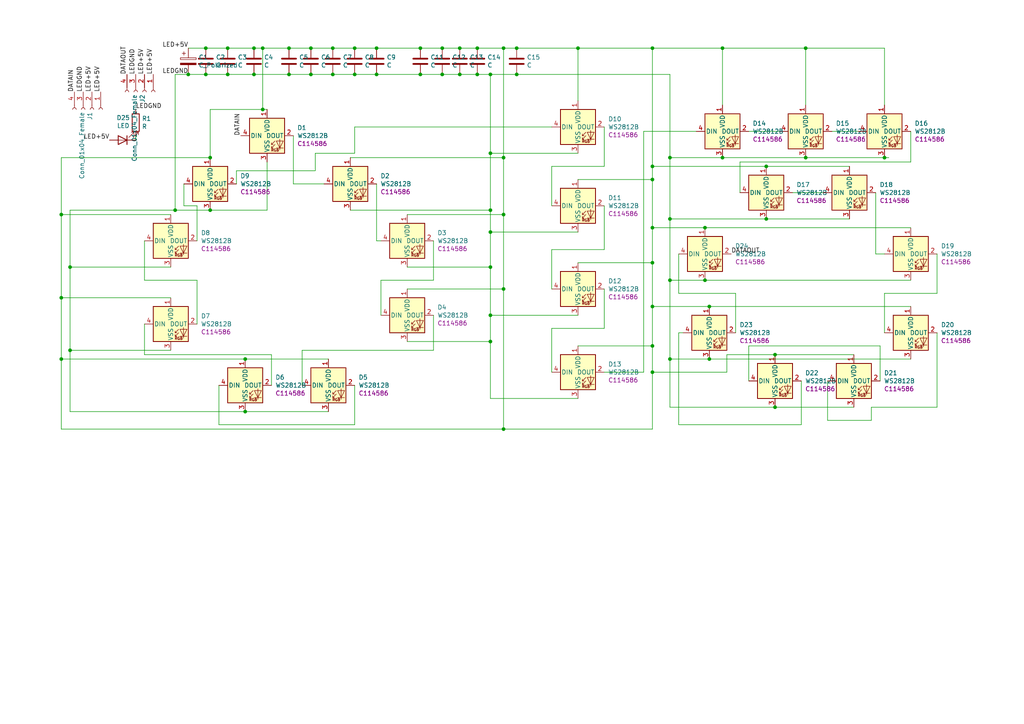
<source format=kicad_sch>
(kicad_sch (version 20211123) (generator eeschema)
  (paper "A4")
  (title_block (title "HYD ISO PANEL") (date "2023-02-10") (rev "3"))
  (lib_symbols
    (symbol "Connector:Conn_01x04_Female" (pin_names (offset 1.016) hide)
      (property "Reference" "J" (at 0 5.08 0))
      (property "Value" "Conn_01x04_Female" (at 0 -7.62 0))
      (symbol "Conn_01x04_Female_1_1"
        (arc (start 0 -4.572) (mid -0.508 -5.08) (end 0 -5.588) (stroke (width 0.1524)))
        (arc (start 0 -2.032) (mid -0.508 -2.54) (end 0 -3.048) (stroke (width 0.1524)))
        (polyline (pts (xy -1.27 -5.08) (xy -0.508 -5.08)) (stroke (width 0.1524)))
        (polyline (pts (xy -1.27 -2.54) (xy -0.508 -2.54)) (stroke (width 0.1524)))
        (polyline (pts (xy -1.27 0) (xy -0.508 0)) (stroke (width 0.1524)))
        (polyline (pts (xy -1.27 2.54) (xy -0.508 2.54)) (stroke (width 0.1524)))
        (arc (start 0 0.508) (mid -0.508 0) (end 0 -0.508) (stroke (width 0.1524)))
        (arc (start 0 3.048) (mid -0.508 2.54) (end 0 2.032) (stroke (width 0.1524)))
        (pin passive line (at -5.08 2.54 0) (length 3.81) (name "Pin_1") (number "1"))
        (pin passive line (at -5.08 0 0) (length 3.81) (name "Pin_2") (number "2"))
        (pin passive line (at -5.08 -2.54 0) (length 3.81) (name "Pin_3") (number "3"))
        (pin passive line (at -5.08 -5.08 0) (length 3.81) (name "Pin_4") (number "4"))
      )
    )
    (symbol "Device:C" (pin_numbers hide) (pin_names (offset 0.254))
      (property "Reference" "C" (at 0.635 2.54 0))
      (property "Value" "C" (at 0.635 -2.54 0))
      (symbol "C_0_1"
        (polyline (pts (xy -2.032 -0.762) (xy 2.032 -0.762)) (stroke (width 0.508)))
        (polyline (pts (xy -2.032 0.762) (xy 2.032 0.762)) (stroke (width 0.508)))
      )
      (symbol "C_1_1"
        (pin passive line (at 0 3.81 270) (length 2.794) (name "~") (number "1"))
        (pin passive line (at 0 -3.81 90) (length 2.794) (name "~") (number "2"))
      )
    )
    (symbol "Device:C_Polarized" (pin_numbers hide) (pin_names (offset 0.254))
      (property "Reference" "C" (at 0.635 2.54 0))
      (property "Value" "C_Polarized" (at 0.635 -2.54 0))
      (symbol "C_Polarized_0_1"
        (rectangle (start -2.286 0.508) (end 2.286 1.016))
        (polyline (pts (xy -1.778 2.286) (xy -0.762 2.286)))
        (polyline (pts (xy -1.27 2.794) (xy -1.27 1.778)))
        (rectangle (start 2.286 -0.508) (end -2.286 -1.016) (fill (type outline)))
      )
      (symbol "C_Polarized_1_1"
        (pin passive line (at 0 3.81 270) (length 2.794) (name "~") (number "1"))
        (pin passive line (at 0 -3.81 90) (length 2.794) (name "~") (number "2"))
      )
    )
    (symbol "Device:LED" (pin_numbers hide) (pin_names (offset 1.016) hide)
      (property "Reference" "D" (at 0 2.54 0))
      (property "Value" "LED" (at 0 -2.54 0))
      (symbol "LED_0_1"
        (polyline (pts (xy -1.27 -1.27) (xy -1.27 1.27)) (stroke (width 0.254)))
        (polyline (pts (xy -1.27 0) (xy 1.27 0)))
        (polyline (pts (xy 1.27 -1.27) (xy 1.27 1.27) (xy -1.27 0) (xy 1.27 -1.27)) (stroke (width 0.254)))
        (polyline (pts (xy -3.048 -0.762) (xy -4.572 -2.286) (xy -3.81 -2.286) (xy -4.572 -2.286) (xy -4.572 -1.524)))
        (polyline (pts (xy -1.778 -0.762) (xy -3.302 -2.286) (xy -2.54 -2.286) (xy -3.302 -2.286) (xy -3.302 -1.524)))
      )
      (symbol "LED_1_1"
        (pin passive line (at -3.81 0 0) (length 2.54) (name "K") (number "1"))
        (pin passive line (at 3.81 0 180) (length 2.54) (name "A") (number "2"))
      )
    )
    (symbol "Device:R" (pin_numbers hide) (pin_names (offset 0))
      (property "Reference" "R" (at 2.032 0 90))
      (property "Value" "R" (at 0 0 90))
      (symbol "R_0_1"
        (rectangle (start -1.016 -2.54) (end 1.016 2.54) (stroke (width 0.254)))
      )
      (symbol "R_1_1"
        (pin passive line (at 0 3.81 270) (length 1.27) (name "~") (number "1"))
        (pin passive line (at 0 -3.81 90) (length 1.27) (name "~") (number "2"))
      )
    )
    (symbol "LED:WS2812B" (pin_names (offset 0.254))
      (property "Reference" "D" (at 5.08 5.715 0))
      (property "Value" "WS2812B" (at 1.27 -5.715 0))
      (symbol "WS2812B_0_0"
        (text "RGB" (at 2.286 -4.191 0) (effects (font (size 0.762 0.762))))
      )
      (symbol "WS2812B_0_1"
        (polyline (pts (xy 1.27 -3.556) (xy 1.778 -3.556)))
        (polyline (pts (xy 1.27 -2.54) (xy 1.778 -2.54)))
        (polyline (pts (xy 4.699 -3.556) (xy 2.667 -3.556)))
        (polyline (pts (xy 2.286 -2.54) (xy 1.27 -3.556) (xy 1.27 -3.048)))
        (polyline (pts (xy 2.286 -1.524) (xy 1.27 -2.54) (xy 1.27 -2.032)))
        (polyline (pts (xy 3.683 -1.016) (xy 3.683 -3.556) (xy 3.683 -4.064)))
        (polyline (pts (xy 4.699 -1.524) (xy 2.667 -1.524) (xy 3.683 -3.556) (xy 4.699 -1.524)))
        (rectangle (start 5.08 5.08) (end -5.08 -5.08) (stroke (width 0.254)) (fill (type background)))
      )
      (symbol "WS2812B_1_1"
        (pin power_in line (at 0 7.62 270) (length 2.54) (name "VDD") (number "1"))
        (pin output line (at 7.62 0 180) (length 2.54) (name "DOUT") (number "2"))
        (pin power_in line (at 0 -7.62 90) (length 2.54) (name "VSS") (number "3"))
        (pin input line (at -7.62 0 0) (length 2.54) (name "DIN") (number "4"))
      )
    )
  )
  (junction (at 256.54 45.72))
  (junction (at 205.74 104.14))
  (junction (at 194.31 81.28))
  (junction (at 96.52 21.59))
  (junction (at 83.82 21.59))
  (junction (at 189.23 76.2))
  (junction (at 121.92 21.59))
  (junction (at 96.52 13.97))
  (junction (at 109.22 13.97))
  (junction (at 50.8 60.96))
  (junction (at 133.35 21.59))
  (junction (at 189.23 52.07))
  (junction (at 209.55 13.97))
  (junction (at 138.43 13.97))
  (junction (at 189.23 100.33))
  (junction (at 224.79 102.87))
  (junction (at 204.47 81.28))
  (junction (at 71.12 104.14))
  (junction (at 76.2 31.75))
  (junction (at 233.68 45.72))
  (junction (at 59.69 13.97))
  (junction (at 222.25 48.26))
  (junction (at 17.78 86.36))
  (junction (at 83.82 13.97))
  (junction (at 109.22 21.59))
  (junction (at 194.31 104.14))
  (junction (at 128.27 21.59))
  (junction (at 194.31 63.5))
  (junction (at 204.47 66.04))
  (junction (at 71.12 119.38))
  (junction (at 146.05 62.23))
  (junction (at 142.24 60.96))
  (junction (at 59.69 21.59))
  (junction (at 222.25 63.5))
  (junction (at 142.24 99.06))
  (junction (at 142.24 44.45))
  (junction (at 189.23 48.26))
  (junction (at 66.04 21.59))
  (junction (at 189.23 107.95))
  (junction (at 142.24 91.44))
  (junction (at 167.64 13.97))
  (junction (at 149.86 21.59))
  (junction (at 128.27 13.97))
  (junction (at 76.2 13.97))
  (junction (at 146.05 124.46))
  (junction (at 20.32 101.6))
  (junction (at 205.74 88.9))
  (junction (at 146.05 83.82))
  (junction (at 17.78 104.14))
  (junction (at 138.43 21.59))
  (junction (at 54.61 21.59))
  (junction (at 66.04 13.97))
  (junction (at 60.96 45.72))
  (junction (at 142.24 21.59))
  (junction (at 142.24 77.47))
  (junction (at 133.35 13.97))
  (junction (at 189.23 88.9))
  (junction (at 149.86 13.97))
  (junction (at 73.66 13.97))
  (junction (at 60.96 60.96))
  (junction (at 102.87 21.59))
  (junction (at 189.23 66.04))
  (junction (at 102.87 13.97))
  (junction (at 233.68 13.97))
  (junction (at 90.17 21.59))
  (junction (at 20.32 77.47))
  (junction (at 73.66 21.59))
  (junction (at 146.05 13.97))
  (junction (at 90.17 13.97))
  (junction (at 209.55 45.72))
  (junction (at 194.31 45.72))
  (junction (at 224.79 118.11))
  (junction (at 189.23 13.97))
  (junction (at 121.92 13.97))
  (junction (at 146.05 45.72))
  (junction (at 17.78 62.23))
  (junction (at 142.24 67.31))
  (wire (pts (xy 125.73 91.44) (xy 125.73 101.6)))
  (wire (pts (xy 142.24 91.44) (xy 142.24 99.06)))
  (wire (pts (xy 196.85 85.09) (xy 196.85 73.66)))
  (wire (pts (xy 96.52 21.59) (xy 90.17 21.59)))
  (wire (pts (xy 214.63 46.99) (xy 214.63 55.88)))
  (wire (pts (xy 229.87 55.88) (xy 238.76 55.88)))
  (wire (pts (xy 167.64 67.31) (xy 142.24 67.31)))
  (wire (pts (xy 54.61 13.97) (xy 59.69 13.97)))
  (wire (pts (xy 205.74 104.14) (xy 194.31 104.14)))
  (wire (pts (xy 209.55 30.48) (xy 209.55 13.97)))
  (wire (pts (xy 142.24 99.06) (xy 118.11 99.06)))
  (wire (pts (xy 167.64 91.44) (xy 142.24 91.44)))
  (wire (pts (xy 167.64 44.45) (xy 142.24 44.45)))
  (wire (pts (xy 63.5 123.19) (xy 63.5 111.76)))
  (wire (pts (xy 142.24 60.96) (xy 142.24 67.31)))
  (wire (pts (xy 167.64 52.07) (xy 189.23 52.07)))
  (wire (pts (xy 210.82 102.87) (xy 210.82 107.95)))
  (wire (pts (xy 102.87 123.19) (xy 63.5 123.19)))
  (wire (pts (xy 133.35 13.97) (xy 128.27 13.97)))
  (wire (pts (xy 20.32 101.6) (xy 20.32 119.38)))
  (wire (pts (xy 57.15 81.28) (xy 41.91 81.28)))
  (wire (pts (xy 209.55 13.97) (xy 233.68 13.97)))
  (wire (pts (xy 233.68 30.48) (xy 233.68 13.97)))
  (wire (pts (xy 60.96 60.96) (xy 50.8 60.96)))
  (wire (pts (xy 149.86 21.59) (xy 142.24 21.59)))
  (wire (pts (xy 194.31 21.59) (xy 194.31 45.72)))
  (wire (pts (xy 252.73 118.11) (xy 252.73 121.92)))
  (wire (pts (xy 17.78 86.36) (xy 17.78 104.14)))
  (wire (pts (xy 110.49 81.28) (xy 110.49 91.44)))
  (wire (pts (xy 264.16 104.14) (xy 205.74 104.14)))
  (wire (pts (xy 49.53 86.36) (xy 17.78 86.36)))
  (wire (pts (xy 49.53 77.47) (xy 20.32 77.47)))
  (wire (pts (xy 189.23 100.33) (xy 189.23 107.95)))
  (wire (pts (xy 256.54 13.97) (xy 256.54 30.48)))
  (wire (pts (xy 175.26 59.69) (xy 175.26 72.39)))
  (wire (pts (xy 17.78 62.23) (xy 17.78 45.72)))
  (wire (pts (xy 76.2 31.75) (xy 60.96 31.75)))
  (wire (pts (xy 49.53 62.23) (xy 17.78 62.23)))
  (wire (pts (xy 90.17 21.59) (xy 83.82 21.59)))
  (wire (pts (xy 186.69 38.1) (xy 201.93 38.1)))
  (wire (pts (xy 128.27 21.59) (xy 121.92 21.59)))
  (wire (pts (xy 254 55.88) (xy 254 73.66)))
  (wire (pts (xy 264.16 88.9) (xy 205.74 88.9)))
  (wire (pts (xy 73.66 13.97) (xy 76.2 13.97)))
  (wire (pts (xy 247.65 102.87) (xy 224.79 102.87)))
  (wire (pts (xy 241.3 38.1) (xy 248.92 38.1)))
  (wire (pts (xy 20.32 77.47) (xy 20.32 101.6)))
  (wire (pts (xy 77.47 46.99) (xy 77.47 60.96)))
  (wire (pts (xy 186.69 107.95) (xy 186.69 38.1)))
  (wire (pts (xy 66.04 21.59) (xy 73.66 21.59)))
  (wire (pts (xy 76.2 13.97) (xy 83.82 13.97)))
  (wire (pts (xy 102.87 36.83) (xy 160.02 36.83)))
  (wire (pts (xy 175.26 83.82) (xy 175.26 95.25)))
  (wire (pts (xy 68.58 49.53) (xy 91.44 49.53)))
  (wire (pts (xy 217.17 38.1) (xy 226.06 38.1)))
  (wire (pts (xy 77.47 31.75) (xy 76.2 31.75)))
  (wire (pts (xy 60.96 31.75) (xy 60.96 45.72)))
  (wire (pts (xy 189.23 88.9) (xy 189.23 100.33)))
  (wire (pts (xy 210.82 107.95) (xy 189.23 107.95)))
  (wire (pts (xy 257.81 45.72) (xy 256.54 45.72)))
  (wire (pts (xy 53.34 59.69) (xy 53.34 53.34)))
  (wire (pts (xy 224.79 102.87) (xy 210.82 102.87)))
  (wire (pts (xy 167.64 13.97) (xy 167.64 29.21)))
  (wire (pts (xy 264.16 66.04) (xy 204.47 66.04)))
  (wire (pts (xy 233.68 45.72) (xy 209.55 45.72)))
  (wire (pts (xy 149.86 21.59) (xy 194.31 21.59)))
  (wire (pts (xy 213.36 85.09) (xy 196.85 85.09)))
  (wire (pts (xy 96.52 13.97) (xy 90.17 13.97)))
  (wire (pts (xy 149.86 13.97) (xy 146.05 13.97)))
  (wire (pts (xy 146.05 124.46) (xy 17.78 124.46)))
  (wire (pts (xy 196.85 96.52) (xy 198.12 96.52)))
  (wire (pts (xy 59.69 21.59) (xy 54.61 21.59)))
  (wire (pts (xy 264.16 81.28) (xy 204.47 81.28)))
  (wire (pts (xy 138.43 21.59) (xy 133.35 21.59)))
  (wire (pts (xy 175.26 72.39) (xy 160.02 72.39)))
  (wire (pts (xy 76.2 31.75) (xy 76.2 13.97)))
  (wire (pts (xy 194.31 104.14) (xy 194.31 118.11)))
  (wire (pts (xy 118.11 77.47) (xy 142.24 77.47)))
  (wire (pts (xy 146.05 62.23) (xy 146.05 45.72)))
  (wire (pts (xy 189.23 52.07) (xy 189.23 66.04)))
  (wire (pts (xy 91.44 44.45) (xy 102.87 44.45)))
  (wire (pts (xy 71.12 104.14) (xy 17.78 104.14)))
  (wire (pts (xy 149.86 13.97) (xy 167.64 13.97)))
  (wire (pts (xy 205.74 88.9) (xy 189.23 88.9)))
  (wire (pts (xy 109.22 13.97) (xy 102.87 13.97)))
  (wire (pts (xy 175.26 95.25) (xy 160.02 95.25)))
  (wire (pts (xy 255.27 110.49) (xy 255.27 100.33)))
  (wire (pts (xy 142.24 21.59) (xy 142.24 44.45)))
  (wire (pts (xy 224.79 118.11) (xy 247.65 118.11)))
  (wire (pts (xy 209.55 45.72) (xy 194.31 45.72)))
  (wire (pts (xy 142.24 44.45) (xy 142.24 60.96)))
  (wire (pts (xy 109.22 53.34) (xy 109.22 69.85)))
  (wire (pts (xy 194.31 45.72) (xy 194.31 63.5)))
  (wire (pts (xy 222.25 63.5) (xy 194.31 63.5)))
  (wire (pts (xy 66.04 13.97) (xy 59.69 13.97)))
  (wire (pts (xy 77.47 60.96) (xy 60.96 60.96)))
  (wire (pts (xy 142.24 115.57) (xy 167.64 115.57)))
  (wire (pts (xy 246.38 48.26) (xy 222.25 48.26)))
  (wire (pts (xy 240.03 121.92) (xy 240.03 110.49)))
  (wire (pts (xy 233.68 13.97) (xy 256.54 13.97)))
  (wire (pts (xy 85.09 39.37) (xy 85.09 53.34)))
  (wire (pts (xy 189.23 48.26) (xy 189.23 52.07)))
  (wire (pts (xy 87.63 101.6) (xy 87.63 111.76)))
  (wire (pts (xy 50.8 60.96) (xy 20.32 60.96)))
  (wire (pts (xy 90.17 13.97) (xy 83.82 13.97)))
  (wire (pts (xy 57.15 93.98) (xy 57.15 81.28)))
  (wire (pts (xy 146.05 13.97) (xy 138.43 13.97)))
  (wire (pts (xy 17.78 104.14) (xy 17.78 124.46)))
  (wire (pts (xy 102.87 13.97) (xy 96.52 13.97)))
  (wire (pts (xy 109.22 21.59) (xy 121.92 21.59)))
  (wire (pts (xy 128.27 13.97) (xy 121.92 13.97)))
  (wire (pts (xy 271.78 118.11) (xy 252.73 118.11)))
  (wire (pts (xy 83.82 21.59) (xy 73.66 21.59)))
  (wire (pts (xy 189.23 107.95) (xy 189.23 124.46)))
  (wire (pts (xy 20.32 119.38) (xy 71.12 119.38)))
  (wire (pts (xy 194.31 63.5) (xy 194.31 81.28)))
  (wire (pts (xy 133.35 21.59) (xy 128.27 21.59)))
  (wire (pts (xy 256.54 45.72) (xy 233.68 45.72)))
  (wire (pts (xy 41.91 102.87) (xy 41.91 93.98)))
  (wire (pts (xy 17.78 86.36) (xy 17.78 62.23)))
  (wire (pts (xy 204.47 81.28) (xy 194.31 81.28)))
  (wire (pts (xy 138.43 13.97) (xy 133.35 13.97)))
  (wire (pts (xy 66.04 21.59) (xy 59.69 21.59)))
  (wire (pts (xy 39.37 39.37) (xy 39.37 40.64)))
  (wire (pts (xy 118.11 83.82) (xy 146.05 83.82)))
  (wire (pts (xy 125.73 81.28) (xy 110.49 81.28)))
  (wire (pts (xy 142.24 21.59) (xy 138.43 21.59)))
  (wire (pts (xy 109.22 21.59) (xy 102.87 21.59)))
  (wire (pts (xy 146.05 45.72) (xy 146.05 13.97)))
  (wire (pts (xy 194.31 81.28) (xy 194.31 104.14)))
  (wire (pts (xy 264.16 46.99) (xy 214.63 46.99)))
  (wire (pts (xy 95.25 104.14) (xy 71.12 104.14)))
  (wire (pts (xy 125.73 69.85) (xy 125.73 81.28)))
  (wire (pts (xy 20.32 60.96) (xy 20.32 77.47)))
  (wire (pts (xy 264.16 38.1) (xy 264.16 46.99)))
  (wire (pts (xy 175.26 107.95) (xy 186.69 107.95)))
  (wire (pts (xy 49.53 101.6) (xy 20.32 101.6)))
  (wire (pts (xy 102.87 21.59) (xy 96.52 21.59)))
  (wire (pts (xy 109.22 13.97) (xy 121.92 13.97)))
  (wire (pts (xy 252.73 121.92) (xy 240.03 121.92)))
  (wire (pts (xy 109.22 69.85) (xy 110.49 69.85)))
  (wire (pts (xy 101.6 45.72) (xy 146.05 45.72)))
  (wire (pts (xy 167.64 76.2) (xy 189.23 76.2)))
  (wire (pts (xy 101.6 60.96) (xy 142.24 60.96)))
  (wire (pts (xy 189.23 76.2) (xy 189.23 88.9)))
  (wire (pts (xy 71.12 119.38) (xy 95.25 119.38)))
  (wire (pts (xy 142.24 99.06) (xy 142.24 115.57)))
  (wire (pts (xy 146.05 124.46) (xy 146.05 83.82)))
  (wire (pts (xy 175.26 36.83) (xy 175.26 48.26)))
  (wire (pts (xy 102.87 44.45) (xy 102.87 36.83)))
  (wire (pts (xy 41.91 81.28) (xy 41.91 69.85)))
  (wire (pts (xy 60.96 45.72) (xy 17.78 45.72)))
  (wire (pts (xy 160.02 48.26) (xy 160.02 59.69)))
  (wire (pts (xy 222.25 48.26) (xy 189.23 48.26)))
  (wire (pts (xy 217.17 100.33) (xy 217.17 110.49)))
  (wire (pts (xy 125.73 101.6) (xy 87.63 101.6)))
  (wire (pts (xy 102.87 111.76) (xy 102.87 123.19)))
  (wire (pts (xy 255.27 100.33) (xy 217.17 100.33)))
  (wire (pts (xy 160.02 95.25) (xy 160.02 107.95)))
  (wire (pts (xy 232.41 123.19) (xy 196.85 123.19)))
  (wire (pts (xy 85.09 53.34) (xy 93.98 53.34)))
  (wire (pts (xy 167.64 100.33) (xy 189.23 100.33)))
  (wire (pts (xy 167.64 13.97) (xy 189.23 13.97)))
  (wire (pts (xy 142.24 67.31) (xy 142.24 77.47)))
  (wire (pts (xy 118.11 62.23) (xy 146.05 62.23)))
  (wire (pts (xy 196.85 123.19) (xy 196.85 96.52)))
  (wire (pts (xy 189.23 13.97) (xy 189.23 48.26)))
  (wire (pts (xy 50.8 21.59) (xy 50.8 60.96)))
  (wire (pts (xy 271.78 73.66) (xy 271.78 85.09)))
  (wire (pts (xy 175.26 48.26) (xy 160.02 48.26)))
  (wire (pts (xy 271.78 85.09) (xy 256.54 85.09)))
  (wire (pts (xy 189.23 13.97) (xy 209.55 13.97)))
  (wire (pts (xy 57.15 69.85) (xy 57.15 59.69)))
  (wire (pts (xy 78.74 111.76) (xy 78.74 102.87)))
  (wire (pts (xy 57.15 59.69) (xy 53.34 59.69)))
  (wire (pts (xy 271.78 96.52) (xy 271.78 118.11)))
  (wire (pts (xy 213.36 96.52) (xy 213.36 85.09)))
  (wire (pts (xy 232.41 110.49) (xy 232.41 123.19)))
  (wire (pts (xy 73.66 13.97) (xy 66.04 13.97)))
  (wire (pts (xy 78.74 102.87) (xy 41.91 102.87)))
  (wire (pts (xy 254 73.66) (xy 256.54 73.66)))
  (wire (pts (xy 189.23 124.46) (xy 146.05 124.46)))
  (wire (pts (xy 189.23 66.04) (xy 189.23 76.2)))
  (wire (pts (xy 54.61 21.59) (xy 50.8 21.59)))
  (wire (pts (xy 91.44 49.53) (xy 91.44 44.45)))
  (wire (pts (xy 68.58 53.34) (xy 68.58 49.53)))
  (wire (pts (xy 160.02 72.39) (xy 160.02 83.82)))
  (wire (pts (xy 194.31 118.11) (xy 224.79 118.11)))
  (wire (pts (xy 146.05 83.82) (xy 146.05 62.23)))
  (wire (pts (xy 204.47 66.04) (xy 189.23 66.04)))
  (wire (pts (xy 142.24 77.47) (xy 142.24 91.44)))
  (wire (pts (xy 246.38 63.5) (xy 222.25 63.5)))
  (wire (pts (xy 256.54 85.09) (xy 256.54 96.52)))
  (label "LED+5V" (at 54.61 13.97 180))
  (label "LED+5V" (at 26.67 26.67 90))
  (label "LEDGND" (at 24.13 26.67 90))
  (label "LEDGND" (at 39.37 31.75 0))
  (label "DATAIN" (at 69.85 39.37 90))
  (label "LEDGND" (at 39.37 21.59 90))
  (label "DATAOUT" (at 212.09 73.66 0))
  (label "DATAIN" (at 21.59 26.67 90))
  (label "LED+5V" (at 41.91 21.59 90))
  (label "DATAOUT" (at 36.83 21.59 90))
  (label "LED+5V" (at 44.45 21.59 90))
  (label "LEDGND" (at 54.61 21.59 180))
  (label "LED+5V" (at 29.21 26.67 90))
  (label "LED+5V" (at 31.75 40.64 180))
  (symbol (lib_id "LED:WS2812B") (at 77.47 39.37 0) (unit 1)
    (property "Reference" "D1" (at 86.2076 37.0586 0) (effects (justify left)))
    (property "Value" "WS2812B" (at 86.2076 39.37 0) (effects (justify left)))
    (property "Footprint" "OH_Footprints:LED_WS2812B_PLCC4_5.0x5.0mm_P3.2mm" (effects hide))
    (property "Datasheet" "https://cdn-shop.adafruit.com/datasheets/WS2812B.pdf" (effects hide))
    (property "LCSC Part Number" "C114586" (at 86.2076 41.6814 0) (effects (justify left)))
  )
  (symbol (lib_id "LED:WS2812B") (at 101.6 53.34 0) (unit 1)
    (property "Reference" "D2" (at 110.3376 51.0286 0) (effects (justify left)))
    (property "Value" "WS2812B" (at 110.3376 53.34 0) (effects (justify left)))
    (property "Footprint" "OH_Footprints:LED_WS2812B_PLCC4_5.0x5.0mm_P3.2mm" (effects hide))
    (property "Datasheet" "https://cdn-shop.adafruit.com/datasheets/WS2812B.pdf" (effects hide))
    (property "LCSC Part Number" "C114586" (at 110.3376 55.6514 0) (effects (justify left)))
  )
  (symbol (lib_id "LED:WS2812B") (at 118.11 69.85 0) (unit 1)
    (property "Reference" "D3" (at 126.8476 67.5386 0) (effects (justify left)))
    (property "Value" "WS2812B" (at 126.8476 69.85 0) (effects (justify left)))
    (property "Footprint" "OH_Footprints:LED_WS2812B_PLCC4_5.0x5.0mm_P3.2mm" (effects hide))
    (property "Datasheet" "https://cdn-shop.adafruit.com/datasheets/WS2812B.pdf" (effects hide))
    (property "LCSC Part Number" "C114586" (at 126.8476 72.1614 0) (effects (justify left)))
  )
  (symbol (lib_id "LED:WS2812B") (at 118.11 91.44 0) (unit 1)
    (property "Reference" "D4" (at 126.8476 89.1286 0) (effects (justify left)))
    (property "Value" "WS2812B" (at 126.8476 91.44 0) (effects (justify left)))
    (property "Footprint" "OH_Footprints:LED_WS2812B_PLCC4_5.0x5.0mm_P3.2mm" (effects hide))
    (property "Datasheet" "https://cdn-shop.adafruit.com/datasheets/WS2812B.pdf" (effects hide))
    (property "LCSC Part Number" "C114586" (at 126.8476 93.7514 0) (effects (justify left)))
  )
  (symbol (lib_id "LED:WS2812B") (at 95.25 111.76 0) (unit 1)
    (property "Reference" "D5" (at 103.9876 109.4486 0) (effects (justify left)))
    (property "Value" "WS2812B" (at 103.9876 111.76 0) (effects (justify left)))
    (property "Footprint" "OH_Footprints:LED_WS2812B_PLCC4_5.0x5.0mm_P3.2mm" (effects hide))
    (property "Datasheet" "https://cdn-shop.adafruit.com/datasheets/WS2812B.pdf" (effects hide))
    (property "LCSC Part Number" "C114586" (at 103.9876 114.0714 0) (effects (justify left)))
  )
  (symbol (lib_id "LED:WS2812B") (at 71.12 111.76 0) (unit 1)
    (property "Reference" "D6" (at 79.8576 109.4486 0) (effects (justify left)))
    (property "Value" "WS2812B" (at 79.8576 111.76 0) (effects (justify left)))
    (property "Footprint" "OH_Footprints:LED_WS2812B_PLCC4_5.0x5.0mm_P3.2mm" (effects hide))
    (property "Datasheet" "https://cdn-shop.adafruit.com/datasheets/WS2812B.pdf" (effects hide))
    (property "LCSC Part Number" "C114586" (at 79.8576 114.0714 0) (effects (justify left)))
  )
  (symbol (lib_id "LED:WS2812B") (at 49.53 93.98 0) (unit 1)
    (property "Reference" "D7" (at 58.2676 91.6686 0) (effects (justify left)))
    (property "Value" "WS2812B" (at 58.2676 93.98 0) (effects (justify left)))
    (property "Footprint" "OH_Footprints:LED_WS2812B_PLCC4_5.0x5.0mm_P3.2mm" (effects hide))
    (property "Datasheet" "https://cdn-shop.adafruit.com/datasheets/WS2812B.pdf" (effects hide))
    (property "LCSC Part Number" "C114586" (at 58.2676 96.2914 0) (effects (justify left)))
  )
  (symbol (lib_id "LED:WS2812B") (at 49.53 69.85 0) (unit 1)
    (property "Reference" "D8" (at 58.2676 67.5386 0) (effects (justify left)))
    (property "Value" "WS2812B" (at 58.2676 69.85 0) (effects (justify left)))
    (property "Footprint" "OH_Footprints:LED_WS2812B_PLCC4_5.0x5.0mm_P3.2mm" (effects hide))
    (property "Datasheet" "https://cdn-shop.adafruit.com/datasheets/WS2812B.pdf" (effects hide))
    (property "LCSC Part Number" "C114586" (at 58.2676 72.1614 0) (effects (justify left)))
  )
  (symbol (lib_id "LED:WS2812B") (at 60.96 53.34 0) (unit 1)
    (property "Reference" "D9" (at 69.6976 51.0286 0) (effects (justify left)))
    (property "Value" "WS2812B" (at 69.6976 53.34 0) (effects (justify left)))
    (property "Footprint" "OH_Footprints:LED_WS2812B_PLCC4_5.0x5.0mm_P3.2mm" (effects hide))
    (property "Datasheet" "https://cdn-shop.adafruit.com/datasheets/WS2812B.pdf" (effects hide))
    (property "LCSC Part Number" "C114586" (at 69.6976 55.6514 0) (effects (justify left)))
  )
  (symbol (lib_id "LED:WS2812B") (at 167.64 36.83 0) (unit 1)
    (property "Reference" "D10" (at 176.3776 34.5186 0) (effects (justify left)))
    (property "Value" "WS2812B" (at 176.3776 36.83 0) (effects (justify left)))
    (property "Footprint" "OH_Footprints:LED_WS2812B_PLCC4_5.0x5.0mm_P3.2mm" (effects hide))
    (property "Datasheet" "https://cdn-shop.adafruit.com/datasheets/WS2812B.pdf" (effects hide))
    (property "LCSC Part Number" "C114586" (at 176.3776 39.1414 0) (effects (justify left)))
  )
  (symbol (lib_id "LED:WS2812B") (at 167.64 59.69 0) (unit 1)
    (property "Reference" "D11" (at 176.3776 57.3786 0) (effects (justify left)))
    (property "Value" "WS2812B" (at 176.3776 59.69 0) (effects (justify left)))
    (property "Footprint" "OH_Footprints:LED_WS2812B_PLCC4_5.0x5.0mm_P3.2mm" (effects hide))
    (property "Datasheet" "https://cdn-shop.adafruit.com/datasheets/WS2812B.pdf" (effects hide))
    (property "LCSC Part Number" "C114586" (at 176.3776 62.0014 0) (effects (justify left)))
  )
  (symbol (lib_id "LED:WS2812B") (at 167.64 83.82 0) (unit 1)
    (property "Reference" "D12" (at 176.3776 81.5086 0) (effects (justify left)))
    (property "Value" "WS2812B" (at 176.3776 83.82 0) (effects (justify left)))
    (property "Footprint" "OH_Footprints:LED_WS2812B_PLCC4_5.0x5.0mm_P3.2mm" (effects hide))
    (property "Datasheet" "https://cdn-shop.adafruit.com/datasheets/WS2812B.pdf" (effects hide))
    (property "LCSC Part Number" "C114586" (at 176.3776 86.1314 0) (effects (justify left)))
  )
  (symbol (lib_id "LED:WS2812B") (at 167.64 107.95 0) (unit 1)
    (property "Reference" "D13" (at 176.3776 105.6386 0) (effects (justify left)))
    (property "Value" "WS2812B" (at 176.3776 107.95 0) (effects (justify left)))
    (property "Footprint" "OH_Footprints:LED_WS2812B_PLCC4_5.0x5.0mm_P3.2mm" (effects hide))
    (property "Datasheet" "https://cdn-shop.adafruit.com/datasheets/WS2812B.pdf" (effects hide))
    (property "LCSC Part Number" "C114586" (at 176.3776 110.2614 0) (effects (justify left)))
  )
  (symbol (lib_id "LED:WS2812B") (at 209.55 38.1 0) (unit 1)
    (property "Reference" "D14" (at 218.2876 35.7886 0) (effects (justify left)))
    (property "Value" "WS2812B" (at 218.2876 38.1 0) (effects (justify left)))
    (property "Footprint" "OH_Footprints:LED_WS2812B_PLCC4_5.0x5.0mm_P3.2mm" (effects hide))
    (property "Datasheet" "https://cdn-shop.adafruit.com/datasheets/WS2812B.pdf" (effects hide))
    (property "LCSC Part Number" "C114586" (at 218.2876 40.4114 0) (effects (justify left)))
  )
  (symbol (lib_id "LED:WS2812B") (at 233.68 38.1 0) (unit 1)
    (property "Reference" "D15" (at 242.4176 35.7886 0) (effects (justify left)))
    (property "Value" "WS2812B" (at 242.4176 38.1 0) (effects (justify left)))
    (property "Footprint" "OH_Footprints:LED_WS2812B_PLCC4_5.0x5.0mm_P3.2mm" (effects hide))
    (property "Datasheet" "https://cdn-shop.adafruit.com/datasheets/WS2812B.pdf" (effects hide))
    (property "LCSC Part Number" "C114586" (at 242.4176 40.4114 0) (effects (justify left)))
  )
  (symbol (lib_id "LED:WS2812B") (at 256.54 38.1 0) (unit 1)
    (property "Reference" "D16" (at 265.2776 35.7886 0) (effects (justify left)))
    (property "Value" "WS2812B" (at 265.2776 38.1 0) (effects (justify left)))
    (property "Footprint" "OH_Footprints:LED_WS2812B_PLCC4_5.0x5.0mm_P3.2mm" (effects hide))
    (property "Datasheet" "https://cdn-shop.adafruit.com/datasheets/WS2812B.pdf" (effects hide))
    (property "LCSC Part Number" "C114586" (at 265.2776 40.4114 0) (effects (justify left)))
  )
  (symbol (lib_id "LED:WS2812B") (at 222.25 55.88 0) (unit 1)
    (property "Reference" "D17" (at 230.9876 53.5686 0) (effects (justify left)))
    (property "Value" "WS2812B" (at 230.9876 55.88 0) (effects (justify left)))
    (property "Footprint" "OH_Footprints:LED_WS2812B_PLCC4_5.0x5.0mm_P3.2mm" (effects hide))
    (property "Datasheet" "https://cdn-shop.adafruit.com/datasheets/WS2812B.pdf" (effects hide))
    (property "LCSC Part Number" "C114586" (at 230.9876 58.1914 0) (effects (justify left)))
  )
  (symbol (lib_id "LED:WS2812B") (at 246.38 55.88 0) (unit 1)
    (property "Reference" "D18" (at 255.1176 53.5686 0) (effects (justify left)))
    (property "Value" "WS2812B" (at 255.1176 55.88 0) (effects (justify left)))
    (property "Footprint" "OH_Footprints:LED_WS2812B_PLCC4_5.0x5.0mm_P3.2mm" (effects hide))
    (property "Datasheet" "https://cdn-shop.adafruit.com/datasheets/WS2812B.pdf" (effects hide))
    (property "LCSC Part Number" "C114586" (at 255.1176 58.1914 0) (effects (justify left)))
  )
  (symbol (lib_id "LED:WS2812B") (at 264.16 73.66 0) (unit 1)
    (property "Reference" "D19" (at 272.8976 71.3486 0) (effects (justify left)))
    (property "Value" "WS2812B" (at 272.8976 73.66 0) (effects (justify left)))
    (property "Footprint" "OH_Footprints:LED_WS2812B_PLCC4_5.0x5.0mm_P3.2mm" (effects hide))
    (property "Datasheet" "https://cdn-shop.adafruit.com/datasheets/WS2812B.pdf" (effects hide))
    (property "LCSC Part Number" "C114586" (at 272.8976 75.9714 0) (effects (justify left)))
  )
  (symbol (lib_id "LED:WS2812B") (at 264.16 96.52 0) (unit 1)
    (property "Reference" "D20" (at 272.8976 94.2086 0) (effects (justify left)))
    (property "Value" "WS2812B" (at 272.8976 96.52 0) (effects (justify left)))
    (property "Footprint" "OH_Footprints:LED_WS2812B_PLCC4_5.0x5.0mm_P3.2mm" (effects hide))
    (property "Datasheet" "https://cdn-shop.adafruit.com/datasheets/WS2812B.pdf" (effects hide))
    (property "LCSC Part Number" "C114586" (at 272.8976 98.8314 0) (effects (justify left)))
  )
  (symbol (lib_id "LED:WS2812B") (at 247.65 110.49 0) (unit 1)
    (property "Reference" "D21" (at 256.3876 108.1786 0) (effects (justify left)))
    (property "Value" "WS2812B" (at 256.3876 110.49 0) (effects (justify left)))
    (property "Footprint" "OH_Footprints:LED_WS2812B_PLCC4_5.0x5.0mm_P3.2mm" (effects hide))
    (property "Datasheet" "https://cdn-shop.adafruit.com/datasheets/WS2812B.pdf" (effects hide))
    (property "LCSC Part Number" "C114586" (at 256.3876 112.8014 0) (effects (justify left)))
  )
  (symbol (lib_id "LED:WS2812B") (at 224.79 110.49 0) (unit 1)
    (property "Reference" "D22" (at 233.5276 108.1786 0) (effects (justify left)))
    (property "Value" "WS2812B" (at 233.5276 110.49 0) (effects (justify left)))
    (property "Footprint" "OH_Footprints:LED_WS2812B_PLCC4_5.0x5.0mm_P3.2mm" (effects hide))
    (property "Datasheet" "https://cdn-shop.adafruit.com/datasheets/WS2812B.pdf" (effects hide))
    (property "LCSC Part Number" "C114586" (at 233.5276 112.8014 0) (effects (justify left)))
  )
  (symbol (lib_id "LED:WS2812B") (at 205.74 96.52 0) (unit 1)
    (property "Reference" "D23" (at 214.4776 94.2086 0) (effects (justify left)))
    (property "Value" "WS2812B" (at 214.4776 96.52 0) (effects (justify left)))
    (property "Footprint" "OH_Footprints:LED_WS2812B_PLCC4_5.0x5.0mm_P3.2mm" (effects hide))
    (property "Datasheet" "https://cdn-shop.adafruit.com/datasheets/WS2812B.pdf" (effects hide))
    (property "LCSC Part Number" "C114586" (at 214.4776 98.8314 0) (effects (justify left)))
  )
  (symbol (lib_id "LED:WS2812B") (at 204.47 73.66 0) (unit 1)
    (property "Reference" "D24" (at 213.2076 71.3486 0) (effects (justify left)))
    (property "Value" "WS2812B" (at 213.2076 73.66 0) (effects (justify left)))
    (property "Footprint" "OH_Footprints:LED_WS2812B_PLCC4_5.0x5.0mm_P3.2mm" (effects hide))
    (property "Datasheet" "https://cdn-shop.adafruit.com/datasheets/WS2812B.pdf" (effects hide))
    (property "LCSC Part Number" "C114586" (at 213.2076 75.9714 0) (effects (justify left)))
  )
  (symbol (lib_id "Device:C_Polarized") (at 54.61 17.78 0) (unit 1)
    (property "Reference" "C1" (at 57.6072 16.6116 0) (effects (justify left)))
    (property "Value" "C_Polarized" (at 57.6072 18.923 0) (effects (justify left)))
    (property "Footprint" "OH_Footprints:CP_Elec_8x10" (effects hide))
  )
  (symbol (lib_id "Connector:Conn_01x04_Female") (at 26.67 31.75 270) (unit 1)
    (property "Reference" "J1" (at 26.0604 32.4612 0) (effects (justify left)))
    (property "Value" "Conn_01x04_Female" (at 23.749 32.4612 0) (effects (justify left)))
    (property "Footprint" "OH_Footprints:Molex_Mini-Fit_Jr_5566-04A_2x02_P4.20mm_Vertical" (effects hide))
  )
  (symbol (lib_id "Connector:Conn_01x04_Female") (at 41.91 26.67 270) (unit 1)
    (property "Reference" "J2" (at 41.3004 27.3812 0) (effects (justify left)))
    (property "Value" "Conn_01x04_Female" (at 38.989 27.3812 0) (effects (justify left)))
    (property "Footprint" "OH_Footprints:Molex_Mini-Fit_Jr_5566-04A_2x02_P4.20mm_Vertical" (effects hide))
  )
  (symbol (lib_id "Device:C") (at 83.82 17.78 0) (unit 1)
    (property "Reference" "C5" (at 86.741 16.6116 0) (effects (justify left)))
    (property "Value" "C" (at 86.741 18.923 0) (effects (justify left)))
    (property "Footprint" "OH_Footprints:C_0603_1608Metric" (effects hide))
  )
  (symbol (lib_id "Device:C") (at 90.17 17.78 0) (unit 1)
    (property "Reference" "C6" (at 93.091 16.6116 0) (effects (justify left)))
    (property "Value" "C" (at 93.091 18.923 0) (effects (justify left)))
    (property "Footprint" "OH_Footprints:C_0603_1608Metric" (effects hide))
  )
  (symbol (lib_id "Device:C") (at 96.52 17.78 0) (unit 1)
    (property "Reference" "C7" (at 99.441 16.6116 0) (effects (justify left)))
    (property "Value" "C" (at 99.441 18.923 0) (effects (justify left)))
    (property "Footprint" "OH_Footprints:C_0603_1608Metric" (effects hide))
  )
  (symbol (lib_id "Device:C") (at 102.87 17.78 0) (unit 1)
    (property "Reference" "C8" (at 105.791 16.6116 0) (effects (justify left)))
    (property "Value" "C" (at 105.791 18.923 0) (effects (justify left)))
    (property "Footprint" "OH_Footprints:C_0603_1608Metric" (effects hide))
  )
  (symbol (lib_id "Device:C") (at 109.22 17.78 0) (unit 1)
    (property "Reference" "C9" (at 112.141 16.6116 0) (effects (justify left)))
    (property "Value" "C" (at 112.141 18.923 0) (effects (justify left)))
    (property "Footprint" "OH_Footprints:C_0603_1608Metric" (effects hide))
  )
  (symbol (lib_id "Device:C") (at 121.92 17.78 0) (unit 1)
    (property "Reference" "C11" (at 124.841 16.6116 0) (effects (justify left)))
    (property "Value" "C" (at 124.841 18.923 0) (effects (justify left)))
    (property "Footprint" "OH_Footprints:C_0603_1608Metric" (effects hide))
  )
  (symbol (lib_id "Device:C") (at 128.27 17.78 0) (unit 1)
    (property "Reference" "C12" (at 131.191 16.6116 0) (effects (justify left)))
    (property "Value" "C" (at 131.191 18.923 0) (effects (justify left)))
    (property "Footprint" "OH_Footprints:C_0603_1608Metric" (effects hide))
  )
  (symbol (lib_id "Device:C") (at 133.35 17.78 0) (unit 1)
    (property "Reference" "C13" (at 136.271 16.6116 0) (effects (justify left)))
    (property "Value" "C" (at 136.271 18.923 0) (effects (justify left)))
    (property "Footprint" "OH_Footprints:C_0603_1608Metric" (effects hide))
  )
  (symbol (lib_id "Device:C") (at 138.43 17.78 0) (unit 1)
    (property "Reference" "C14" (at 141.351 16.6116 0) (effects (justify left)))
    (property "Value" "C" (at 141.351 18.923 0) (effects (justify left)))
    (property "Footprint" "OH_Footprints:C_0603_1608Metric" (effects hide))
  )
  (symbol (lib_id "Device:C") (at 149.86 17.78 0) (unit 1)
    (property "Reference" "C15" (at 152.781 16.6116 0) (effects (justify left)))
    (property "Value" "C" (at 152.781 18.923 0) (effects (justify left)))
    (property "Footprint" "OH_Footprints:C_0603_1608Metric" (effects hide))
  )
  (symbol (lib_id "Device:C") (at 73.66 17.78 0) (unit 1)
    (property "Reference" "C4" (at 76.581 16.6116 0) (effects (justify left)))
    (property "Value" "C" (at 76.581 18.923 0) (effects (justify left)))
    (property "Footprint" "OH_Footprints:C_0603_1608Metric" (effects hide))
  )
  (symbol (lib_id "Device:C") (at 66.04 17.78 0) (unit 1)
    (property "Reference" "C3" (at 68.961 16.6116 0) (effects (justify left)))
    (property "Value" "C" (at 68.961 18.923 0) (effects (justify left)))
    (property "Footprint" "OH_Footprints:C_0603_1608Metric" (effects hide))
  )
  (symbol (lib_id "Device:C") (at 59.69 17.78 0) (unit 1)
    (property "Reference" "C2" (at 62.611 16.6116 0) (effects (justify left)))
    (property "Value" "C" (at 62.611 18.923 0) (effects (justify left)))
    (property "Footprint" "OH_Footprints:C_0603_1608Metric" (effects hide))
  )
  (symbol (lib_id "Device:LED") (at 35.56 40.64 180) (unit 1)
    (property "Reference" "D25" (at 35.7378 34.163 0))
    (property "Value" "LED" (at 35.7378 36.4744 0))
    (property "Footprint" "OH_Footprints:LED_D3.0mm" (effects hide))
  )
  (symbol (lib_id "Device:R") (at 39.37 35.56 0) (unit 1)
    (property "Reference" "R1" (at 41.148 34.3916 0) (effects (justify left)))
    (property "Value" "R" (at 41.148 36.703 0) (effects (justify left)))
    (property "Footprint" "OH_Footprints:R_0603_1608Metric" (effects hide))
  )
)
</source>
